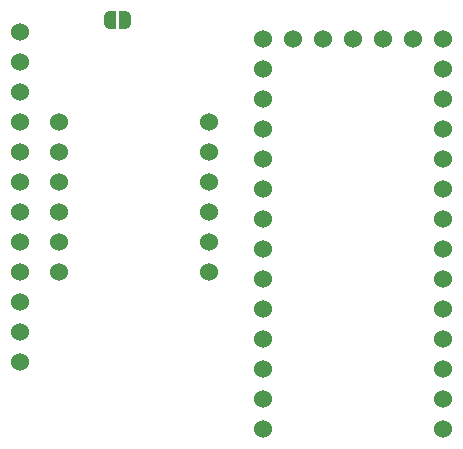
<source format=gbr>
%TF.GenerationSoftware,KiCad,Pcbnew,(6.0.4-0)*%
%TF.CreationDate,2022-08-04T12:40:34-05:00*%
%TF.ProjectId,pixel-frame-adapter,70697865-6c2d-4667-9261-6d652d616461,rev?*%
%TF.SameCoordinates,Original*%
%TF.FileFunction,Soldermask,Top*%
%TF.FilePolarity,Negative*%
%FSLAX46Y46*%
G04 Gerber Fmt 4.6, Leading zero omitted, Abs format (unit mm)*
G04 Created by KiCad (PCBNEW (6.0.4-0)) date 2022-08-04 12:40:34*
%MOMM*%
%LPD*%
G01*
G04 APERTURE LIST*
G04 Aperture macros list*
%AMFreePoly0*
4,1,22,0.500000,-0.750000,0.000000,-0.750000,0.000000,-0.745033,-0.079941,-0.743568,-0.215256,-0.701293,-0.333266,-0.622738,-0.424486,-0.514219,-0.481581,-0.384460,-0.499164,-0.250000,-0.500000,-0.250000,-0.500000,0.250000,-0.499164,0.250000,-0.499963,0.256109,-0.478152,0.396186,-0.417904,0.524511,-0.324060,0.630769,-0.204165,0.706417,-0.067858,0.745374,0.000000,0.744959,0.000000,0.750000,
0.500000,0.750000,0.500000,-0.750000,0.500000,-0.750000,$1*%
%AMFreePoly1*
4,1,20,0.000000,0.744959,0.073905,0.744508,0.209726,0.703889,0.328688,0.626782,0.421226,0.519385,0.479903,0.390333,0.500000,0.250000,0.500000,-0.250000,0.499851,-0.262216,0.476331,-0.402017,0.414519,-0.529596,0.319384,-0.634700,0.198574,-0.708877,0.061801,-0.746166,0.000000,-0.745033,0.000000,-0.750000,-0.500000,-0.750000,-0.500000,0.750000,0.000000,0.750000,0.000000,0.744959,
0.000000,0.744959,$1*%
G04 Aperture macros list end*
%ADD10C,1.524000*%
%ADD11FreePoly0,180.000000*%
%ADD12FreePoly1,180.000000*%
G04 APERTURE END LIST*
D10*
%TO.C,U3*%
X148844000Y-107042204D03*
X148844000Y-104502204D03*
X148844000Y-101962204D03*
X148844000Y-99422204D03*
X148844000Y-96882204D03*
X148844000Y-94342204D03*
X136144000Y-94342204D03*
X136144000Y-96882204D03*
X136144000Y-99422204D03*
X136144000Y-101962204D03*
X136144000Y-104502204D03*
X136144000Y-107042204D03*
%TD*%
%TO.C,U2*%
X168681400Y-120370600D03*
X168681400Y-117830600D03*
X168681400Y-115290600D03*
X168681400Y-112750600D03*
X168681400Y-110210600D03*
X168681400Y-107670600D03*
X168681400Y-105130600D03*
X168681400Y-102590600D03*
X168681400Y-100050600D03*
X168681400Y-97510600D03*
X168681400Y-94970600D03*
X168681400Y-92430600D03*
X168681400Y-89890600D03*
X168681400Y-87350600D03*
X166141400Y-87350600D03*
X163601400Y-87350600D03*
X161061400Y-87350600D03*
X158521400Y-87350600D03*
X155981400Y-87350600D03*
X153441400Y-87350600D03*
X153441400Y-89890600D03*
X153441400Y-92430600D03*
X153441400Y-94970600D03*
X153441400Y-97510600D03*
X153441400Y-100050600D03*
X153441400Y-102590600D03*
X153441400Y-105130600D03*
X153441400Y-107670600D03*
X153441400Y-110210600D03*
X153441400Y-112750600D03*
X153441400Y-115290600D03*
X153441400Y-117830600D03*
X153441400Y-120370600D03*
%TD*%
%TO.C,U1*%
X132867400Y-114662204D03*
X132867400Y-112122204D03*
X132867400Y-109582204D03*
X132867400Y-107042204D03*
X132867400Y-104502204D03*
X132867400Y-101962204D03*
X132867400Y-99422204D03*
X132867400Y-96882204D03*
X132867400Y-94342204D03*
X132867400Y-91802204D03*
X132867400Y-89262204D03*
X132867400Y-86722204D03*
%TD*%
D11*
%TO.C,JP1*%
X141772400Y-85699600D03*
D12*
X140472400Y-85699600D03*
%TD*%
M02*

</source>
